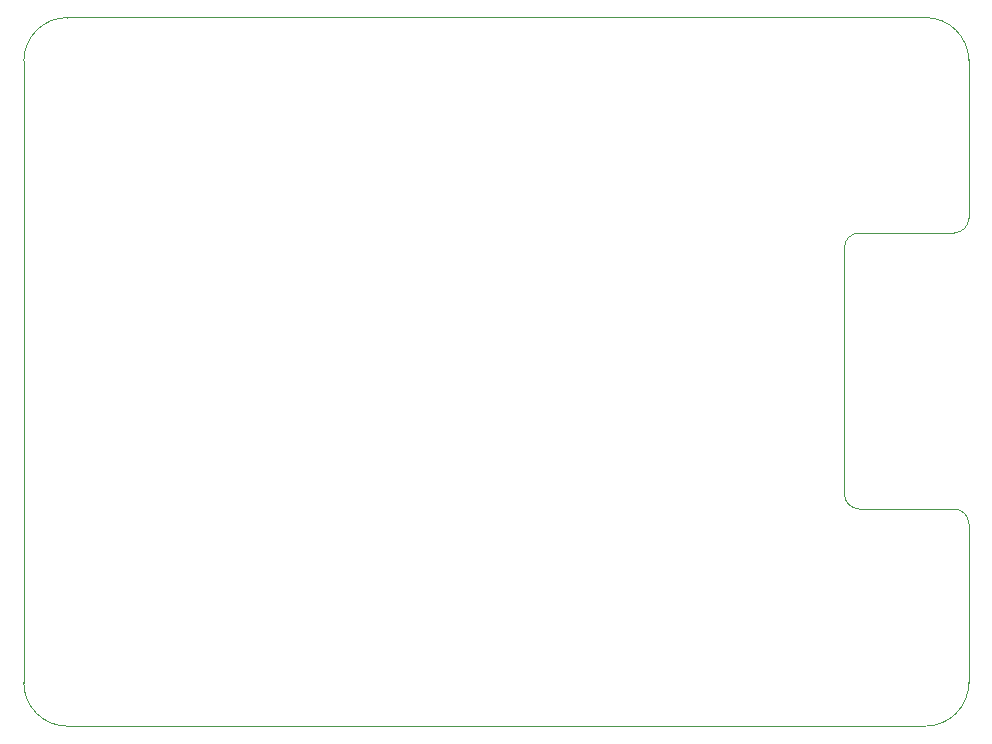
<source format=gbr>
%TF.GenerationSoftware,Altium Limited,Altium Designer,24.9.1 (31)*%
G04 Layer_Color=0*
%FSLAX45Y45*%
%MOMM*%
%TF.SameCoordinates,87F55232-172A-40C5-9850-FF0673041AA3*%
%TF.FilePolarity,Positive*%
%TF.FileFunction,Profile,NP*%
%TF.Part,Single*%
G01*
G75*
%TA.AperFunction,Profile*%
%ADD98C,0.02540*%
D98*
X368300Y0D02*
G02*
X-219Y368519I0J368519D01*
G01*
Y5630961D01*
D02*
G02*
X368300Y5999480I368519J0D01*
G01*
Y6000000D01*
X7632700D01*
X7632481Y5999699D01*
D02*
G02*
X8001000Y5631180I0J-368519D01*
G01*
X8001219Y5646201D01*
Y4302760D01*
D02*
G02*
X7874219Y4175760I-127000J0D01*
G01*
X7073900D01*
D02*
G03*
X6946900Y4048760I0J-127000D01*
G01*
Y1965960D01*
D02*
G03*
X7073900Y1838960I127000J0D01*
G01*
X7874219D01*
D02*
G02*
X8001219Y1711960I0J-127000D01*
G01*
Y368519D01*
D02*
G02*
X7632700Y0I-368519J0D01*
G01*
X368300D01*
%TF.MD5,e17586cfd36185f965d0135fe93241f1*%
M02*

</source>
